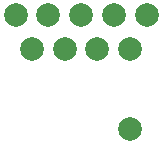
<source format=gbr>
%TF.GenerationSoftware,KiCad,Pcbnew,(5.1.4)-1*%
%TF.CreationDate,2020-11-06T00:28:36+08:00*%
%TF.ProjectId,interface,696e7465-7266-4616-9365-2e6b69636164,rev?*%
%TF.SameCoordinates,Original*%
%TF.FileFunction,Paste,Bot*%
%TF.FilePolarity,Positive*%
%FSLAX46Y46*%
G04 Gerber Fmt 4.6, Leading zero omitted, Abs format (unit mm)*
G04 Created by KiCad (PCBNEW (5.1.4)-1) date 2020-11-06 00:28:36*
%MOMM*%
%LPD*%
G04 APERTURE LIST*
%ADD10C,2.000000*%
G04 APERTURE END LIST*
D10*
X40155000Y-75160000D03*
X37385000Y-75160000D03*
X34615000Y-75160000D03*
X31845000Y-75160000D03*
X41540000Y-72320000D03*
X38770000Y-72320000D03*
X33230000Y-72320000D03*
X30460000Y-72320000D03*
X36000000Y-72320000D03*
X40155000Y-81920000D03*
M02*

</source>
